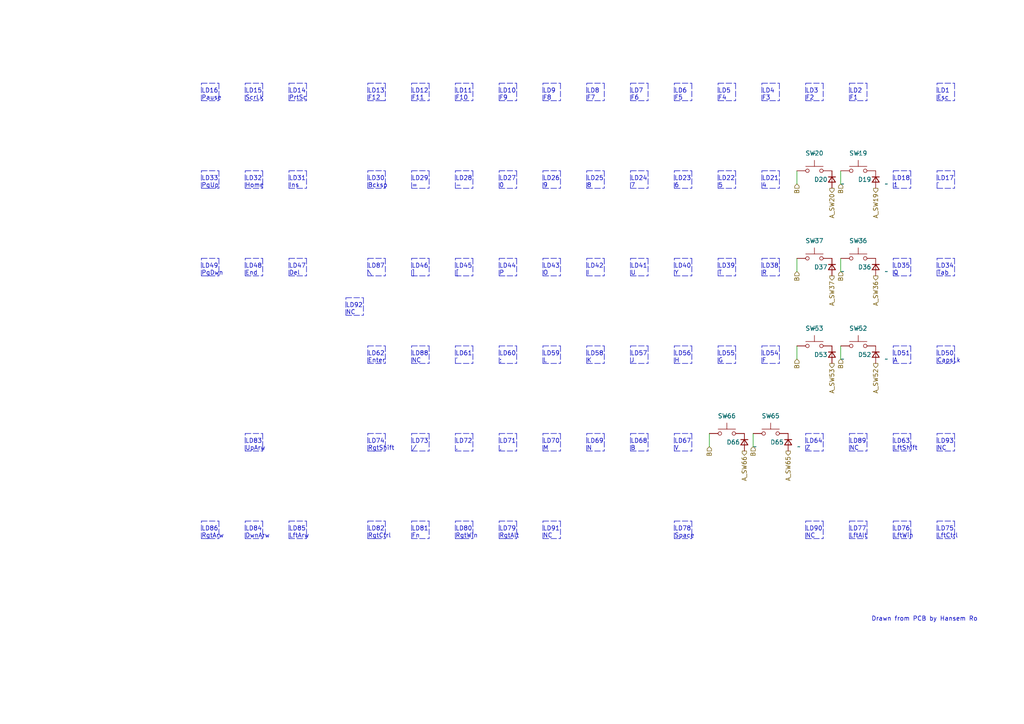
<source format=kicad_sch>
(kicad_sch (version 20211123) (generator eeschema)
  (paper "A4")
  (lib_symbols
    (symbol "Device:D_Small" (pin_numbers hide) (pin_names (offset 0.254) hide)
      (property "Reference" "D" (at -1.27 2.032 0))
      (property "Value" "D_Small" (at -3.81 -2.032 0))
      (symbol "D_Small_0_1"
        (polyline (pts (xy -0.762 -1.016) (xy -0.762 1.016)) (stroke (width 0.254)))
        (polyline (pts (xy -0.762 0) (xy 0.762 0)))
        (polyline (pts (xy 0.762 -1.016) (xy -0.762 0) (xy 0.762 1.016) (xy 0.762 -1.016)) (stroke (width 0.254)))
      )
      (symbol "D_Small_1_1"
        (pin passive line (at -2.54 0 0) (length 1.778) (name "K") (number "1"))
        (pin passive line (at 2.54 0 180) (length 1.778) (name "A") (number "2"))
      )
    )
    (symbol "Switch:SW_Push" (pin_numbers hide) (pin_names (offset 1.016) hide)
      (property "Reference" "SW" (at 1.27 2.54 0))
      (property "Value" "SW_Push" (at 0 -1.524 0))
      (symbol "SW_Push_0_1"
        (circle (center -2.032 0) (radius 0.508))
        (polyline (pts (xy 0 1.27) (xy 0 3.048)))
        (polyline (pts (xy 2.54 1.27) (xy -2.54 1.27)))
        (circle (center 2.032 0) (radius 0.508))
        (pin passive line (at -5.08 0 0) (length 2.54) (name "1") (number "1"))
        (pin passive line (at 5.08 0 180) (length 2.54) (name "2") (number "2"))
      )
    )
  )
  (polyline (pts (xy 119.38 156.21) (xy 124.46 156.21)))
  (polyline (pts (xy 276.86 151.13) (xy 276.86 156.21)))
  (polyline (pts (xy 271.78 151.13) (xy 276.86 151.13)))
  (polyline (pts (xy 259.08 49.53) (xy 264.16 49.53)))
  (polyline (pts (xy 220.98 24.13) (xy 226.06 24.13)))
  (polyline (pts (xy 226.06 49.53) (xy 226.06 54.61)))
  (polyline (pts (xy 187.96 100.33) (xy 187.96 105.41)))
  (polyline (pts (xy 271.78 80.01) (xy 276.86 80.01)))
  (polyline (pts (xy 157.48 151.13) (xy 162.56 151.13)))
  (polyline (pts (xy 83.82 54.61) (xy 83.82 49.53)))
  (polyline (pts (xy 170.18 130.81) (xy 175.26 130.81)))
  (polyline (pts (xy 175.26 49.53) (xy 175.26 54.61)))
  (polyline (pts (xy 259.08 105.41) (xy 264.16 105.41)))
  (polyline (pts (xy 264.16 151.13) (xy 264.16 156.21)))
  (polyline (pts (xy 106.68 125.73) (xy 111.76 125.73)))
  (polyline (pts (xy 119.38 80.01) (xy 124.46 80.01)))
  (polyline (pts (xy 259.08 80.01) (xy 264.16 80.01)))
  (polyline (pts (xy 271.78 80.01) (xy 271.78 74.93)))
  (polyline (pts (xy 106.68 105.41) (xy 111.76 105.41)))
  (wire (pts (xy 243.84 100.33) (xy 243.84 104.14)))
  (polyline (pts (xy 132.08 100.33) (xy 137.16 100.33)))
  (polyline (pts (xy 157.48 54.61) (xy 157.48 49.53)))
  (polyline (pts (xy 195.58 125.73) (xy 200.66 125.73)))
  (polyline (pts (xy 200.66 49.53) (xy 200.66 54.61)))
  (polyline (pts (xy 137.16 24.13) (xy 137.16 29.21)))
  (polyline (pts (xy 195.58 80.01) (xy 195.58 74.93)))
  (polyline (pts (xy 195.58 105.41) (xy 200.66 105.41)))
  (polyline (pts (xy 119.38 151.13) (xy 124.46 151.13)))
  (polyline (pts (xy 208.28 105.41) (xy 213.36 105.41)))
  (polyline (pts (xy 170.18 29.21) (xy 170.18 24.13)))
  (polyline (pts (xy 157.48 24.13) (xy 162.56 24.13)))
  (polyline (pts (xy 132.08 24.13) (xy 137.16 24.13)))
  (polyline (pts (xy 220.98 49.53) (xy 226.06 49.53)))
  (polyline (pts (xy 144.78 130.81) (xy 149.86 130.81)))
  (polyline (pts (xy 195.58 54.61) (xy 195.58 49.53)))
  (polyline (pts (xy 170.18 29.21) (xy 175.26 29.21)))
  (polyline (pts (xy 195.58 130.81) (xy 195.58 125.73)))
  (polyline (pts (xy 132.08 105.41) (xy 137.16 105.41)))
  (polyline (pts (xy 182.88 54.61) (xy 182.88 49.53)))
  (polyline (pts (xy 170.18 105.41) (xy 175.26 105.41)))
  (polyline (pts (xy 182.88 105.41) (xy 187.96 105.41)))
  (polyline (pts (xy 144.78 80.01) (xy 149.86 80.01)))
  (polyline (pts (xy 157.48 130.81) (xy 157.48 125.73)))
  (polyline (pts (xy 271.78 24.13) (xy 276.86 24.13)))
  (polyline (pts (xy 88.9 74.93) (xy 88.9 80.01)))
  (polyline (pts (xy 170.18 54.61) (xy 170.18 49.53)))
  (polyline (pts (xy 149.86 49.53) (xy 149.86 54.61)))
  (polyline (pts (xy 251.46 125.73) (xy 251.46 130.81)))
  (polyline (pts (xy 233.68 151.13) (xy 238.76 151.13)))
  (polyline (pts (xy 106.68 54.61) (xy 106.68 49.53)))
  (polyline (pts (xy 271.78 105.41) (xy 276.86 105.41)))
  (polyline (pts (xy 195.58 130.81) (xy 200.66 130.81)))
  (polyline (pts (xy 132.08 74.93) (xy 137.16 74.93)))
  (polyline (pts (xy 208.28 29.21) (xy 213.36 29.21)))
  (polyline (pts (xy 144.78 80.01) (xy 144.78 74.93)))
  (polyline (pts (xy 106.68 29.21) (xy 106.68 24.13)))
  (polyline (pts (xy 276.86 24.13) (xy 276.86 29.21)))
  (polyline (pts (xy 88.9 24.13) (xy 88.9 29.21)))
  (polyline (pts (xy 233.68 29.21) (xy 238.76 29.21)))
  (polyline (pts (xy 58.42 29.21) (xy 63.5 29.21)))
  (polyline (pts (xy 58.42 151.13) (xy 63.5 151.13)))
  (polyline (pts (xy 208.28 24.13) (xy 213.36 24.13)))
  (polyline (pts (xy 76.2 125.73) (xy 76.2 130.81)))
  (polyline (pts (xy 137.16 74.93) (xy 137.16 80.01)))
  (wire (pts (xy 205.74 125.73) (xy 205.74 129.54)))
  (polyline (pts (xy 71.12 54.61) (xy 76.2 54.61)))
  (polyline (pts (xy 213.36 49.53) (xy 213.36 54.61)))
  (polyline (pts (xy 259.08 130.81) (xy 259.08 125.73)))
  (polyline (pts (xy 220.98 105.41) (xy 220.98 100.33)))
  (polyline (pts (xy 124.46 125.73) (xy 124.46 130.81)))
  (polyline (pts (xy 106.68 80.01) (xy 106.68 74.93)))
  (polyline (pts (xy 124.46 74.93) (xy 124.46 80.01)))
  (polyline (pts (xy 105.41 86.36) (xy 105.41 91.44)))
  (polyline (pts (xy 259.08 156.21) (xy 259.08 151.13)))
  (polyline (pts (xy 200.66 125.73) (xy 200.66 130.81)))
  (wire (pts (xy 218.44 125.73) (xy 218.44 129.54)))
  (polyline (pts (xy 88.9 49.53) (xy 88.9 54.61)))
  (polyline (pts (xy 238.76 151.13) (xy 238.76 156.21)))
  (wire (pts (xy 231.14 74.93) (xy 231.14 78.74)))
  (polyline (pts (xy 157.48 105.41) (xy 162.56 105.41)))
  (polyline (pts (xy 246.38 29.21) (xy 251.46 29.21)))
  (polyline (pts (xy 220.98 105.41) (xy 226.06 105.41)))
  (wire (pts (xy 231.14 49.53) (xy 231.14 53.34)))
  (polyline (pts (xy 58.42 24.13) (xy 63.5 24.13)))
  (polyline (pts (xy 100.33 86.36) (xy 105.41 86.36)))
  (polyline (pts (xy 271.78 130.81) (xy 271.78 125.73)))
  (polyline (pts (xy 132.08 130.81) (xy 132.08 125.73)))
  (polyline (pts (xy 111.76 24.13) (xy 111.76 29.21)))
  (polyline (pts (xy 170.18 130.81) (xy 170.18 125.73)))
  (polyline (pts (xy 106.68 80.01) (xy 111.76 80.01)))
  (polyline (pts (xy 144.78 54.61) (xy 149.86 54.61)))
  (polyline (pts (xy 271.78 54.61) (xy 276.86 54.61)))
  (polyline (pts (xy 124.46 24.13) (xy 124.46 29.21)))
  (polyline (pts (xy 124.46 49.53) (xy 124.46 54.61)))
  (polyline (pts (xy 71.12 125.73) (xy 76.2 125.73)))
  (polyline (pts (xy 76.2 74.93) (xy 76.2 80.01)))
  (polyline (pts (xy 157.48 156.21) (xy 162.56 156.21)))
  (polyline (pts (xy 182.88 29.21) (xy 187.96 29.21)))
  (polyline (pts (xy 208.28 49.53) (xy 213.36 49.53)))
  (polyline (pts (xy 162.56 49.53) (xy 162.56 54.61)))
  (polyline (pts (xy 76.2 24.13) (xy 76.2 29.21)))
  (polyline (pts (xy 132.08 54.61) (xy 132.08 49.53)))
  (polyline (pts (xy 144.78 49.53) (xy 149.86 49.53)))
  (polyline (pts (xy 276.86 74.93) (xy 276.86 80.01)))
  (polyline (pts (xy 187.96 74.93) (xy 187.96 80.01)))
  (polyline (pts (xy 132.08 49.53) (xy 137.16 49.53)))
  (polyline (pts (xy 83.82 151.13) (xy 88.9 151.13)))
  (polyline (pts (xy 149.86 74.93) (xy 149.86 80.01)))
  (wire (pts (xy 243.84 74.93) (xy 243.84 78.74)))
  (polyline (pts (xy 200.66 74.93) (xy 200.66 80.01)))
  (polyline (pts (xy 71.12 130.81) (xy 76.2 130.81)))
  (polyline (pts (xy 119.38 100.33) (xy 124.46 100.33)))
  (polyline (pts (xy 111.76 29.21) (xy 110.49 29.21)))
  (polyline (pts (xy 71.12 49.53) (xy 76.2 49.53)))
  (polyline (pts (xy 58.42 74.93) (xy 63.5 74.93)))
  (polyline (pts (xy 71.12 156.21) (xy 76.2 156.21)))
  (polyline (pts (xy 195.58 156.21) (xy 195.58 151.13)))
  (polyline (pts (xy 208.28 74.93) (xy 213.36 74.93)))
  (polyline (pts (xy 246.38 156.21) (xy 246.38 151.13)))
  (polyline (pts (xy 170.18 100.33) (xy 175.26 100.33)))
  (polyline (pts (xy 157.48 29.21) (xy 157.48 24.13)))
  (polyline (pts (xy 182.88 74.93) (xy 187.96 74.93)))
  (polyline (pts (xy 83.82 156.21) (xy 88.9 156.21)))
  (polyline (pts (xy 233.68 125.73) (xy 238.76 125.73)))
  (polyline (pts (xy 195.58 74.93) (xy 200.66 74.93)))
  (polyline (pts (xy 106.68 105.41) (xy 106.68 100.33)))
  (polyline (pts (xy 220.98 80.01) (xy 220.98 74.93)))
  (polyline (pts (xy 132.08 29.21) (xy 132.08 24.13)))
  (polyline (pts (xy 111.76 74.93) (xy 111.76 80.01)))
  (polyline (pts (xy 271.78 74.93) (xy 276.86 74.93)))
  (polyline (pts (xy 132.08 130.81) (xy 137.16 130.81)))
  (polyline (pts (xy 195.58 49.53) (xy 200.66 49.53)))
  (polyline (pts (xy 175.26 74.93) (xy 175.26 80.01)))
  (polyline (pts (xy 170.18 80.01) (xy 175.26 80.01)))
  (polyline (pts (xy 71.12 29.21) (xy 71.12 24.13)))
  (polyline (pts (xy 246.38 125.73) (xy 251.46 125.73)))
  (polyline (pts (xy 58.42 29.21) (xy 58.42 24.13)))
  (polyline (pts (xy 106.68 151.13) (xy 111.76 151.13)))
  (polyline (pts (xy 106.68 156.21) (xy 111.76 156.21)))
  (polyline (pts (xy 137.16 151.13) (xy 137.16 156.21)))
  (polyline (pts (xy 157.48 80.01) (xy 162.56 80.01)))
  (polyline (pts (xy 271.78 100.33) (xy 276.86 100.33)))
  (polyline (pts (xy 71.12 54.61) (xy 71.12 49.53)))
  (polyline (pts (xy 208.28 80.01) (xy 208.28 74.93)))
  (polyline (pts (xy 119.38 105.41) (xy 119.38 100.33)))
  (polyline (pts (xy 226.06 100.33) (xy 226.06 105.41)))
  (polyline (pts (xy 83.82 74.93) (xy 88.9 74.93)))
  (polyline (pts (xy 157.48 29.21) (xy 162.56 29.21)))
  (polyline (pts (xy 182.88 130.81) (xy 187.96 130.81)))
  (polyline (pts (xy 238.76 125.73) (xy 238.76 130.81)))
  (polyline (pts (xy 170.18 24.13) (xy 175.26 24.13)))
  (polyline (pts (xy 170.18 54.61) (xy 175.26 54.61)))
  (polyline (pts (xy 200.66 151.13) (xy 200.66 156.21)))
  (polyline (pts (xy 157.48 125.73) (xy 162.56 125.73)))
  (polyline (pts (xy 144.78 29.21) (xy 149.86 29.21)))
  (polyline (pts (xy 271.78 54.61) (xy 271.78 49.53)))
  (polyline (pts (xy 88.9 151.13) (xy 88.9 156.21)))
  (polyline (pts (xy 83.82 54.61) (xy 88.9 54.61)))
  (polyline (pts (xy 170.18 125.73) (xy 175.26 125.73)))
  (polyline (pts (xy 271.78 156.21) (xy 271.78 151.13)))
  (polyline (pts (xy 58.42 49.53) (xy 63.5 49.53)))
  (polyline (pts (xy 271.78 29.21) (xy 276.86 29.21)))
  (polyline (pts (xy 106.68 130.81) (xy 111.76 130.81)))
  (polyline (pts (xy 63.5 151.13) (xy 63.5 156.21)))
  (polyline (pts (xy 246.38 130.81) (xy 246.38 125.73)))
  (polyline (pts (xy 71.12 29.21) (xy 76.2 29.21)))
  (polyline (pts (xy 246.38 130.81) (xy 251.46 130.81)))
  (polyline (pts (xy 200.66 100.33) (xy 200.66 105.41)))
  (polyline (pts (xy 187.96 125.73) (xy 187.96 130.81)))
  (polyline (pts (xy 271.78 130.81) (xy 276.86 130.81)))
  (polyline (pts (xy 233.68 156.21) (xy 233.68 151.13)))
  (polyline (pts (xy 220.98 54.61) (xy 220.98 49.53)))
  (polyline (pts (xy 162.56 151.13) (xy 162.56 156.21)))
  (polyline (pts (xy 63.5 74.93) (xy 63.5 80.01)))
  (polyline (pts (xy 182.88 125.73) (xy 187.96 125.73)))
  (polyline (pts (xy 271.78 29.21) (xy 271.78 24.13)))
  (polyline (pts (xy 132.08 151.13) (xy 137.16 151.13)))
  (polyline (pts (xy 149.86 24.13) (xy 149.86 29.21)))
  (polyline (pts (xy 124.46 151.13) (xy 124.46 156.21)))
  (polyline (pts (xy 58.42 80.01) (xy 58.42 74.93)))
  (polyline (pts (xy 182.88 49.53) (xy 187.96 49.53)))
  (polyline (pts (xy 187.96 24.13) (xy 187.96 29.21)))
  (polyline (pts (xy 200.66 24.13) (xy 200.66 29.21)))
  (polyline (pts (xy 58.42 54.61) (xy 58.42 49.53)))
  (polyline (pts (xy 157.48 49.53) (xy 162.56 49.53)))
  (polyline (pts (xy 195.58 156.21) (xy 200.66 156.21)))
  (polyline (pts (xy 220.98 74.93) (xy 226.06 74.93)))
  (polyline (pts (xy 83.82 80.01) (xy 88.9 80.01)))
  (polyline (pts (xy 195.58 54.61) (xy 200.66 54.61)))
  (polyline (pts (xy 137.16 100.33) (xy 137.16 105.41)))
  (polyline (pts (xy 106.68 156.21) (xy 106.68 151.13)))
  (polyline (pts (xy 58.42 156.21) (xy 63.5 156.21)))
  (polyline (pts (xy 259.08 125.73) (xy 264.16 125.73)))
  (polyline (pts (xy 132.08 80.01) (xy 137.16 80.01)))
  (polyline (pts (xy 182.88 54.61) (xy 187.96 54.61)))
  (polyline (pts (xy 71.12 24.13) (xy 76.2 24.13)))
  (polyline (pts (xy 157.48 54.61) (xy 162.56 54.61)))
  (polyline (pts (xy 162.56 74.93) (xy 162.56 80.01)))
  (polyline (pts (xy 124.46 100.33) (xy 124.46 105.41)))
  (polyline (pts (xy 63.5 24.13) (xy 63.5 29.21)))
  (polyline (pts (xy 220.98 29.21) (xy 220.98 24.13)))
  (polyline (pts (xy 182.88 80.01) (xy 187.96 80.01)))
  (polyline (pts (xy 157.48 100.33) (xy 162.56 100.33)))
  (polyline (pts (xy 182.88 100.33) (xy 187.96 100.33)))
  (polyline (pts (xy 195.58 100.33) (xy 200.66 100.33)))
  (polyline (pts (xy 182.88 24.13) (xy 187.96 24.13)))
  (polyline (pts (xy 162.56 125.73) (xy 162.56 130.81)))
  (polyline (pts (xy 264.16 100.33) (xy 264.16 105.41)))
  (polyline (pts (xy 106.68 74.93) (xy 111.76 74.93)))
  (polyline (pts (xy 144.78 156.21) (xy 144.78 151.13)))
  (polyline (pts (xy 233.68 29.21) (xy 233.68 24.13)))
  (polyline (pts (xy 71.12 80.01) (xy 71.12 74.93)))
  (polyline (pts (xy 106.68 49.53) (xy 111.76 49.53)))
  (polyline (pts (xy 271.78 105.41) (xy 271.78 100.33)))
  (polyline (pts (xy 264.16 74.93) (xy 264.16 80.01)))
  (polyline (pts (xy 106.68 29.21) (xy 111.76 29.21)))
  (polyline (pts (xy 144.78 130.81) (xy 144.78 125.73)))
  (polyline (pts (xy 106.68 54.61) (xy 111.76 54.61)))
  (polyline (pts (xy 76.2 49.53) (xy 76.2 54.61)))
  (polyline (pts (xy 233.68 130.81) (xy 233.68 125.73)))
  (polyline (pts (xy 132.08 156.21) (xy 132.08 151.13)))
  (polyline (pts (xy 238.76 24.13) (xy 238.76 29.21)))
  (polyline (pts (xy 58.42 54.61) (xy 63.5 54.61)))
  (polyline (pts (xy 144.78 156.21) (xy 149.86 156.21)))
  (polyline (pts (xy 119.38 24.13) (xy 124.46 24.13)))
  (polyline (pts (xy 259.08 130.81) (xy 264.16 130.81)))
  (polyline (pts (xy 195.58 24.13) (xy 200.66 24.13)))
  (polyline (pts (xy 271.78 156.21) (xy 276.86 156.21)))
  (polyline (pts (xy 144.78 24.13) (xy 149.86 24.13)))
  (polyline (pts (xy 259.08 151.13) (xy 264.16 151.13)))
  (polyline (pts (xy 220.98 80.01) (xy 226.06 80.01)))
  (polyline (pts (xy 76.2 151.13) (xy 76.2 156.21)))
  (polyline (pts (xy 259.08 54.61) (xy 264.16 54.61)))
  (polyline (pts (xy 182.88 29.21) (xy 182.88 24.13)))
  (wire (pts (xy 231.14 100.33) (xy 231.14 104.14)))
  (polyline (pts (xy 144.78 54.61) (xy 144.78 49.53)))
  (polyline (pts (xy 220.98 100.33) (xy 226.06 100.33)))
  (polyline (pts (xy 157.48 74.93) (xy 162.56 74.93)))
  (polyline (pts (xy 195.58 80.01) (xy 200.66 80.01)))
  (polyline (pts (xy 119.38 29.21) (xy 119.38 24.13)))
  (polyline (pts (xy 119.38 54.61) (xy 124.46 54.61)))
  (polyline (pts (xy 137.16 125.73) (xy 137.16 130.81)))
  (polyline (pts (xy 246.38 156.21) (xy 251.46 156.21)))
  (polyline (pts (xy 119.38 54.61) (xy 119.38 49.53)))
  (polyline (pts (xy 83.82 156.21) (xy 83.82 151.13)))
  (polyline (pts (xy 195.58 29.21) (xy 200.66 29.21)))
  (polyline (pts (xy 111.76 100.33) (xy 111.76 105.41)))
  (polyline (pts (xy 157.48 80.01) (xy 157.48 74.93)))
  (polyline (pts (xy 83.82 49.53) (xy 88.9 49.53)))
  (polyline (pts (xy 233.68 24.13) (xy 238.76 24.13)))
  (polyline (pts (xy 111.76 49.53) (xy 111.76 54.61)))
  (polyline (pts (xy 246.38 151.13) (xy 251.46 151.13)))
  (polyline (pts (xy 259.08 80.01) (xy 259.08 74.93)))
  (polyline (pts (xy 58.42 80.01) (xy 63.5 80.01)))
  (polyline (pts (xy 132.08 156.21) (xy 137.16 156.21)))
  (polyline (pts (xy 162.56 100.33) (xy 162.56 105.41)))
  (polyline (pts (xy 144.78 100.33) (xy 149.86 100.33)))
  (polyline (pts (xy 213.36 24.13) (xy 213.36 29.21)))
  (polyline (pts (xy 175.26 100.33) (xy 175.26 105.41)))
  (polyline (pts (xy 144.78 105.41) (xy 149.86 105.41)))
  (polyline (pts (xy 119.38 74.93) (xy 124.46 74.93)))
  (polyline (pts (xy 144.78 125.73) (xy 149.86 125.73)))
  (polyline (pts (xy 182.88 80.01) (xy 182.88 74.93)))
  (polyline (pts (xy 246.38 24.13) (xy 251.46 24.13)))
  (polyline (pts (xy 276.86 100.33) (xy 276.86 105.41)))
  (polyline (pts (xy 213.36 100.33) (xy 213.36 105.41)))
  (polyline (pts (xy 149.86 151.13) (xy 149.86 156.21)))
  (polyline (pts (xy 170.18 80.01) (xy 170.18 74.93)))
  (polyline (pts (xy 119.38 156.21) (xy 119.38 151.13)))
  (polyline (pts (xy 271.78 125.73) (xy 276.86 125.73)))
  (polyline (pts (xy 208.28 54.61) (xy 213.36 54.61)))
  (polyline (pts (xy 83.82 29.21) (xy 83.82 24.13)))
  (polyline (pts (xy 157.48 130.81) (xy 162.56 130.81)))
  (polyline (pts (xy 195.58 151.13) (xy 200.66 151.13)))
  (polyline (pts (xy 175.26 125.73) (xy 175.26 130.81)))
  (polyline (pts (xy 71.12 151.13) (xy 76.2 151.13)))
  (polyline (pts (xy 182.88 130.81) (xy 182.88 125.73)))
  (polyline (pts (xy 220.98 29.21) (xy 226.06 29.21)))
  (polyline (pts (xy 132.08 54.61) (xy 137.16 54.61)))
  (polyline (pts (xy 170.18 74.93) (xy 175.26 74.93)))
  (polyline (pts (xy 144.78 105.41) (xy 144.78 100.33)))
  (polyline (pts (xy 119.38 29.21) (xy 124.46 29.21)))
  (polyline (pts (xy 132.08 125.73) (xy 137.16 125.73)))
  (polyline (pts (xy 259.08 100.33) (xy 264.16 100.33)))
  (polyline (pts (xy 106.68 100.33) (xy 111.76 100.33)))
  (polyline (pts (xy 144.78 151.13) (xy 149.86 151.13)))
  (polyline (pts (xy 119.38 130.81) (xy 124.46 130.81)))
  (polyline (pts (xy 119.38 125.73) (xy 124.46 125.73)))
  (polyline (pts (xy 111.76 151.13) (xy 111.76 156.21)))
  (polyline (pts (xy 233.68 130.81) (xy 238.76 130.81)))
  (polyline (pts (xy 208.28 29.21) (xy 208.28 24.13)))
  (polyline (pts (xy 259.08 54.61) (xy 259.08 49.53)))
  (polyline (pts (xy 157.48 156.21) (xy 157.48 151.13)))
  (polyline (pts (xy 251.46 24.13) (xy 251.46 29.21)))
  (polyline (pts (xy 187.96 49.53) (xy 187.96 54.61)))
  (polyline (pts (xy 246.38 29.21) (xy 246.38 24.13)))
  (polyline (pts (xy 132.08 105.41) (xy 132.08 100.33)))
  (polyline (pts (xy 119.38 49.53) (xy 124.46 49.53)))
  (polyline (pts (xy 71.12 156.21) (xy 71.12 151.13)))
  (polyline (pts (xy 226.06 24.13) (xy 226.06 29.21)))
  (polyline (pts (xy 259.08 156.21) (xy 264.16 156.21)))
  (polyline (pts (xy 119.38 105.41) (xy 124.46 105.41)))
  (polyline (pts (xy 264.16 125.73) (xy 264.16 130.81)))
  (polyline (pts (xy 208.28 100.33) (xy 213.36 100.33)))
  (polyline (pts (xy 71.12 74.93) (xy 76.2 74.93)))
  (polyline (pts (xy 251.46 151.13) (xy 251.46 156.21)))
  (polyline (pts (xy 71.12 130.81) (xy 71.12 125.73)))
  (polyline (pts (xy 83.82 80.01) (xy 83.82 74.93)))
  (polyline (pts (xy 119.38 80.01) (xy 119.38 74.93)))
  (polyline (pts (xy 276.86 49.53) (xy 276.86 54.61)))
  (polyline (pts (xy 119.38 130.81) (xy 119.38 125.73)))
  (polyline (pts (xy 132.08 80.01) (xy 132.08 74.93)))
  (polyline (pts (xy 195.58 105.41) (xy 195.58 100.33)))
  (polyline (pts (xy 259.08 74.93) (xy 264.16 74.93)))
  (polyline (pts (xy 83.82 29.21) (xy 88.9 29.21)))
  (polyline (pts (xy 100.33 91.44) (xy 100.33 86.36)))
  (polyline (pts (xy 58.42 156.21) (xy 58.42 151.13)))
  (polyline (pts (xy 106.68 130.81) (xy 106.68 125.73)))
  (polyline (pts (xy 157.48 105.41) (xy 157.48 100.33)))
  (polyline (pts (xy 233.68 156.21) (xy 238.76 156.21)))
  (polyline (pts (xy 175.26 24.13) (xy 175.26 29.21)))
  (polyline (pts (xy 220.98 54.61) (xy 226.06 54.61)))
  (polyline (pts (xy 208.28 80.01) (xy 213.36 80.01)))
  (wire (pts (xy 243.84 49.53) (xy 243.84 53.34)))
  (polyline (pts (xy 195.58 29.21) (xy 195.58 24.13)))
  (polyline (pts (xy 149.86 125.73) (xy 149.86 130.81)))
  (polyline (pts (xy 208.28 54.61) (xy 208.28 49.53)))
  (polyline (pts (xy 271.78 49.53) (xy 276.86 49.53)))
  (polyline (pts (xy 83.82 24.13) (xy 88.9 24.13)))
  (polyline (pts (xy 149.86 100.33) (xy 149.86 105.41)))
  (polyline (pts (xy 170.18 105.41) (xy 170.18 100.33)))
  (polyline (pts (xy 63.5 49.53) (xy 63.5 54.61)))
  (polyline (pts (xy 226.06 74.93) (xy 226.06 80.01)))
  (polyline (pts (xy 100.33 91.44) (xy 105.41 91.44)))
  (polyline (pts (xy 111.76 125.73) (xy 111.76 130.81)))
  (polyline (pts (xy 162.56 24.13) (xy 162.56 29.21)))
  (polyline (pts (xy 137.16 49.53) (xy 137.16 54.61)))
  (polyline (pts (xy 144.78 29.21) (xy 144.78 24.13)))
  (polyline (pts (xy 259.08 105.41) (xy 259.08 100.33)))
  (polyline (pts (xy 106.68 24.13) (xy 111.76 24.13)))
  (polyline (pts (xy 170.18 49.53) (xy 175.26 49.53)))
  (polyline (pts (xy 182.88 105.41) (xy 182.88 100.33)))
  (polyline (pts (xy 276.86 125.73) (xy 276.86 130.81)))
  (polyline (pts (xy 132.08 29.21) (xy 137.16 29.21)))
  (polyline (pts (xy 264.16 49.53) (xy 264.16 54.61)))
  (polyline (pts (xy 144.78 74.93) (xy 149.86 74.93)))
  (polyline (pts (xy 213.36 74.93) (xy 213.36 80.01)))
  (polyline (pts (xy 71.12 80.01) (xy 76.2 80.01)))
  (polyline (pts (xy 208.28 105.41) (xy 208.28 100.33)))
  (text "LD31\nIns" (at 83.82 54.61 0) (effects (font (size 1.27 1.27)) (justify left bottom)))
  (text "LD13\nF12" (at 106.68 29.21 0) (effects (font (size 1.27 1.27)) (justify left bottom)))
  (text "LD67\nV" (at 195.58 130.81 0) (effects (font (size 1.27 1.27)) (justify left bottom)))
  (text "LD73\n/" (at 119.38 130.81 0) (effects (font (size 1.27 1.27)) (justify left bottom)))
  (text "LD55\nG" (at 208.28 105.41 0) (effects (font (size 1.27 1.27)) (justify left bottom)))
  (text "LD88\nNC" (at 119.38 105.41 0) (effects (font (size 1.27 1.27)) (justify left bottom)))
  (text "LD32\nHome" (at 71.12 54.61 0) (effects (font (size 1.27 1.27)) (justify left bottom)))
  (text "LD54\nF" (at 220.98 105.41 0) (effects (font (size 1.27 1.27)) (justify left bottom)))
  (text "LD10\nF9" (at 144.78 29.21 0) (effects (font (size 1.27 1.27)) (justify left bottom)))
  (text "LD64\nZ" (at 233.68 130.81 0) (effects (font (size 1.27 1.27)) (justify left bottom)))
  (text "LD87\n\\" (at 106.68 80.01 0) (effects (font (size 1.27 1.27)) (justify left bottom)))
  (text "LD27\n0" (at 144.78 54.61 0) (effects (font (size 1.27 1.27)) (justify left bottom)))
  (text "LD56\nH" (at 195.58 105.41 0) (effects (font (size 1.27 1.27)) (justify left bottom)))
  (text "LD11\nF10" (at 132.08 29.21 0) (effects (font (size 1.27 1.27)) (justify left bottom)))
  (text "LD58\nK" (at 170.18 105.41 0) (effects (font (size 1.27 1.27)) (justify left bottom)))
  (text "LD60\n;" (at 144.78 105.41 0) (effects (font (size 1.27 1.27)) (justify left bottom)))
  (text "LD79\nRgtAlt" (at 144.78 156.21 0) (effects (font (size 1.27 1.27)) (justify left bottom)))
  (text "LD30\nBcksp" (at 106.68 54.61 0) (effects (font (size 1.27 1.27)) (justify left bottom)))
  (text "LD24\n7" (at 182.88 54.61 0) (effects (font (size 1.27 1.27)) (justify left bottom)))
  (text "LD51\nA" (at 259.08 105.41 0) (effects (font (size 1.27 1.27)) (justify left bottom)))
  (text "LD35\nQ" (at 259.08 80.01 0) (effects (font (size 1.27 1.27)) (justify left bottom)))
  (text "LD72\n." (at 132.08 130.81 0) (effects (font (size 1.27 1.27)) (justify left bottom)))
  (text "LD4\nF3" (at 220.98 29.21 0) (effects (font (size 1.27 1.27)) (justify left bottom)))
  (text "LD15\nScrLk" (at 71.12 29.21 0) (effects (font (size 1.27 1.27)) (justify left bottom)))
  (text "LD59\nL" (at 157.48 105.41 0) (effects (font (size 1.27 1.27)) (justify left bottom)))
  (text "LD57\nJ" (at 182.88 105.41 0) (effects (font (size 1.27 1.27)) (justify left bottom)))
  (text "LD40\nY" (at 195.58 80.01 0) (effects (font (size 1.27 1.27)) (justify left bottom)))
  (text "LD74\nRgtShift" (at 106.68 130.81 0) (effects (font (size 1.27 1.27)) (justify left bottom)))
  (text "LD6\nF5" (at 195.58 29.21 0) (effects (font (size 1.27 1.27)) (justify left bottom)))
  (text "LD80\nRgtWin" (at 132.08 156.21 0) (effects (font (size 1.27 1.27)) (justify left bottom)))
  (text "LD50\nCapsLk" (at 271.78 105.41 0) (effects (font (size 1.27 1.27)) (justify left bottom)))
  (text "LD70\nM" (at 157.48 130.81 0) (effects (font (size 1.27 1.27)) (justify left bottom)))
  (text "LD38\nR" (at 220.98 80.01 0) (effects (font (size 1.27 1.27)) (justify left bottom)))
  (text "LD7\nF6" (at 182.88 29.21 0) (effects (font (size 1.27 1.27)) (justify left bottom)))
  (text "LD9\nF8" (at 157.48 29.21 0) (effects (font (size 1.27 1.27)) (justify left bottom)))
  (text "LD84\nDwnArw" (at 71.12 156.21 0) (effects (font (size 1.27 1.27)) (justify left bottom)))
  (text "LD17\n`" (at 271.78 54.61 0) (effects (font (size 1.27 1.27)) (justify left bottom)))
  (text "LD41\nU" (at 182.88 80.01 0) (effects (font (size 1.27 1.27)) (justify left bottom)))
  (text "LD68\nB" (at 182.88 130.81 0) (effects (font (size 1.27 1.27)) (justify left bottom)))
  (text "LD63\nLftShift" (at 259.08 130.81 0) (effects (font (size 1.27 1.27)) (justify left bottom)))
  (text "LD90\nNC" (at 233.68 156.21 0) (effects (font (size 1.27 1.27)) (justify left bottom)))
  (text "LD26\n9" (at 157.48 54.61 0) (effects (font (size 1.27 1.27)) (justify left bottom)))
  (text "LD42\nI" (at 170.18 80.01 0) (effects (font (size 1.27 1.27)) (justify left bottom)))
  (text "LD18\n1" (at 259.08 54.61 0) (effects (font (size 1.27 1.27)) (justify left bottom)))
  (text "LD48\nEnd" (at 71.12 80.01 0) (effects (font (size 1.27 1.27)) (justify left bottom)))
  (text "LD12\nF11" (at 119.38 29.21 0) (effects (font (size 1.27 1.27)) (justify left bottom)))
  (text "LD76\nLftWin" (at 259.08 156.21 0) (effects (font (size 1.27 1.27)) (justify left bottom)))
  (text "LD46\n]" (at 119.38 80.01 0) (effects (font (size 1.27 1.27)) (justify left bottom)))
  (text "LD86\nRgtArw" (at 58.42 156.21 0) (effects (font (size 1.27 1.27)) (justify left bottom)))
  (text "LD29\n=" (at 119.38 54.61 0) (effects (font (size 1.27 1.27)) (justify left bottom)))
  (text "LD71\n," (at 144.78 130.81 0) (effects (font (size 1.27 1.27)) (justify left bottom)))
  (text "LD89\nNC" (at 246.38 130.81 0) (effects (font (size 1.27 1.27)) (justify left bottom)))
  (text "LD5\nF4" (at 208.28 29.21 0) (effects (font (size 1.27 1.27)) (justify left bottom)))
  (text "LD49\nPgDwn" (at 58.42 80.01 0) (effects (font (size 1.27 1.27)) (justify left bottom)))
  (text "LD14\nPrtSc" (at 83.82 29.21 0) (effects (font (size 1.27 1.27)) (justify left bottom)))
  (text "LD44\nP" (at 144.78 80.01 0) (effects (font (size 1.27 1.27)) (justify left bottom)))
  (text "LD21\n4" (at 220.98 54.61 0) (effects (font (size 1.27 1.27)) (justify left bottom)))
  (text "LD3\nF2" (at 233.68 29.21 0) (effects (font (size 1.27 1.27)) (justify left bottom)))
  (text "LD69\nN" (at 170.18 130.81 0) (effects (font (size 1.27 1.27)) (justify left bottom)))
  (text "LD82\nRgtCtrl" (at 106.68 156.21 0) (effects (font (size 1.27 1.27)) (justify left bottom)))
  (text "LD28\n-" (at 132.08 54.61 0) (effects (font (size 1.27 1.27)) (justify left bottom)))
  (text "LD1\nEsc" (at 271.78 29.21 0) (effects (font (size 1.27 1.27)) (justify left bottom)))
  (text "Drawn from PCB by Hansem Ro" (at 252.73 180.34 0) (effects (font (size 1.27 1.27)) (justify left bottom)))
  (text "LD81\nFn" (at 119.38 156.21 0) (effects (font (size 1.27 1.27)) (justify left bottom)))
  (text "LD39\nT" (at 208.28 80.01 0) (effects (font (size 1.27 1.27)) (justify left bottom)))
  (text "LD45\n[" (at 132.08 80.01 0) (effects (font (size 1.27 1.27)) (justify left bottom)))
  (text "LD93\nNC" (at 271.78 130.81 0) (effects (font (size 1.27 1.27)) (justify left bottom)))
  (text "LD43\nO" (at 157.48 80.01 0) (effects (font (size 1.27 1.27)) (justify left bottom)))
  (text "LD47\nDel" (at 83.82 80.01 0) (effects (font (size 1.27 1.27)) (justify left bottom)))
  (text "LD33\nPgUp" (at 58.42 54.61 0) (effects (font (size 1.27 1.27)) (justify left bottom)))
  (text "LD2\nF1" (at 246.38 29.21 0) (effects (font (size 1.27 1.27)) (justify left bottom)))
  (text "LD91\nNC" (at 157.48 156.21 0) (effects (font (size 1.27 1.27)) (justify left bottom)))
  (text "LD16\nPause" (at 58.42 29.21 0) (effects (font (size 1.27 1.27)) (justify left bottom)))
  (text "LD83\nUpArw" (at 71.12 130.81 0) (effects (font (size 1.27 1.27)) (justify left bottom)))
  (text "LD8\nF7" (at 170.18 29.21 0) (effects (font (size 1.27 1.27)) (justify left bottom)))
  (text "LD61\n'" (at 132.08 105.41 0) (effects (font (size 1.27 1.27)) (justify left bottom)))
  (text "LD85\nLftArw" (at 83.82 156.21 0) (effects (font (size 1.27 1.27)) (justify left bottom)))
  (text "LD25\n8" (at 170.18 54.61 0) (effects (font (size 1.27 1.27)) (justify left bottom)))
  (text "LD78\nSpace" (at 195.58 156.21 0) (effects (font (size 1.27 1.27)) (justify left bottom)))
  (text "LD34\nTab" (at 271.78 80.01 0) (effects (font (size 1.27 1.27)) (justify left bottom)))
  (text "LD75\nLftCtrl" (at 271.78 156.21 0) (effects (font (size 1.27 1.27)) (justify left bottom)))
  (text "LD92\nNC" (at 100.33 91.44 0) (effects (font (size 1.27 1.27)) (justify left bottom)))
  (text "LD23\n6" (at 195.58 54.61 0) (effects (font (size 1.27 1.27)) (justify left bottom)))
  (text "LD22\n5" (at 208.28 54.61 0) (effects (font (size 1.27 1.27)) (justify left bottom)))
  (text "LD77\nLftAlt" (at 246.38 156.21 0) (effects (font (size 1.27 1.27)) (justify left bottom)))
  (text "LD62\nEnter" (at 106.68 105.41 0) (effects (font (size 1.27 1.27)) (justify left bottom)))
  (hierarchical_label "A_SW19" (shape output) (at 254 54.61 270))
  (hierarchical_label "A_SW53" (shape output) (at 241.3 105.41 270))
  (hierarchical_label "A_SW20" (shape output) (at 241.3 54.61 270))
  (hierarchical_label "A_SW36" (shape output) (at 254 80.01 270))
  (hierarchical_label "B" (shape input) (at 243.84 78.74 270))
  (hierarchical_label "B" (shape input) (at 205.74 129.54 270))
  (hierarchical_label "A_SW66" (shape output) (at 215.9 130.81 270))
  (hierarchical_label "A_SW37" (shape output) (at 241.3 80.01 270))
  (hierarchical_label "B" (shape input) (at 231.14 104.14 270))
  (hierarchical_label "B" (shape input) (at 218.44 129.54 270))
  (hierarchical_label "B" (shape input) (at 231.14 53.34 270))
  (hierarchical_label "B" (shape input) (at 243.84 53.34 270))
  (hierarchical_label "A_SW52" (shape output) (at 254 105.41 270))
  (hierarchical_label "B" (shape input) (at 231.14 78.74 270))
  (hierarchical_label "B" (shape input) (at 243.84 104.14 270))
  (hierarchical_label "A_SW65" (shape output) (at 228.6 130.81 270))
  (symbol (lib_id "Switch:SW_Push") (at 236.22 100.33 0) (unit 1)
    (property "Reference" "SW53" (at 236.22 95.25 0))
    (property "Value" "~" (at 236.22 95.25 0))
  )
  (symbol (lib_id "Device:D_Small") (at 254 77.47 270) (unit 1)
    (property "Reference" "D36" (at 252.73 77.47 90) (effects (justify right)))
    (property "Value" "~" (at 256.54 78.7399 90) (effects (justify left)))
  )
  (symbol (lib_id "Device:D_Small") (at 254 102.87 270) (unit 1)
    (property "Reference" "D52" (at 252.73 102.87 90) (effects (justify right)))
    (property "Value" "~" (at 256.54 104.1399 90) (effects (justify left)))
  )
  (symbol (lib_id "Device:D_Small") (at 228.6 128.27 270) (unit 1)
    (property "Reference" "D65" (at 227.33 128.27 90) (effects (justify right)))
    (property "Value" "~" (at 231.14 129.5399 90) (effects (justify left)))
  )
  (symbol (lib_id "Device:D_Small") (at 241.3 52.07 270) (unit 1)
    (property "Reference" "D20" (at 240.03 52.07 90) (effects (justify right)))
    (property "Value" "~" (at 243.84 53.3399 90) (effects (justify left)))
  )
  (symbol (lib_id "Switch:SW_Push") (at 248.92 74.93 0) (unit 1)
    (property "Reference" "SW36" (at 248.92 69.85 0))
    (property "Value" "~" (at 248.92 69.85 0))
  )
  (symbol (lib_id "Switch:SW_Push") (at 236.22 74.93 0) (unit 1)
    (property "Reference" "SW37" (at 236.22 69.85 0))
    (property "Value" "~" (at 236.22 69.85 0))
  )
  (symbol (lib_id "Switch:SW_Push") (at 210.82 125.73 0) (unit 1)
    (property "Reference" "SW66" (at 210.82 120.65 0))
    (property "Value" "~" (at 210.82 120.65 0))
  )
  (symbol (lib_id "Device:D_Small") (at 241.3 77.47 270) (unit 1)
    (property "Reference" "D37" (at 240.03 77.47 90) (effects (justify right)))
    (property "Value" "~" (at 243.84 78.7399 90) (effects (justify left)))
  )
  (symbol (lib_id "Switch:SW_Push") (at 248.92 49.53 0) (unit 1)
    (property "Reference" "SW19" (at 248.92 44.45 0))
    (property "Value" "~" (at 248.92 44.45 0))
  )
  (symbol (lib_id "Device:D_Small") (at 254 52.07 270) (unit 1)
    (property "Reference" "D19" (at 252.73 52.07 90) (effects (justify right)))
    (property "Value" "~" (at 256.54 53.3399 90) (effects (justify left)))
  )
  (symbol (lib_id "Switch:SW_Push") (at 236.22 49.53 0) (unit 1)
    (property "Reference" "SW20" (at 236.22 44.45 0))
    (property "Value" "~" (at 236.22 44.45 0))
  )
  (symbol (lib_id "Device:D_Small") (at 241.3 102.87 270) (unit 1)
    (property "Reference" "D53" (at 240.03 102.87 90) (effects (justify right)))
    (property "Value" "~" (at 243.84 104.1399 90) (effects (justify left)))
  )
  (symbol (lib_id "Switch:SW_Push") (at 248.92 100.33 0) (unit 1)
    (property "Reference" "SW52" (at 248.92 95.25 0))
    (property "Value" "~" (at 248.92 95.25 0))
  )
  (symbol (lib_id "Switch:SW_Push") (at 223.52 125.73 0) (unit 1)
    (property "Reference" "SW65" (at 223.52 120.65 0))
    (property "Value" "~" (at 223.52 120.65 0))
  )
  (symbol (lib_id "Device:D_Small") (at 215.9 128.27 270) (unit 1)
    (property "Reference" "D66" (at 214.63 128.27 90) (effects (justify right)))
    (property "Value" "~" (at 218.44 129.5399 90) (effects (justify left)))
  )
)
</source>
